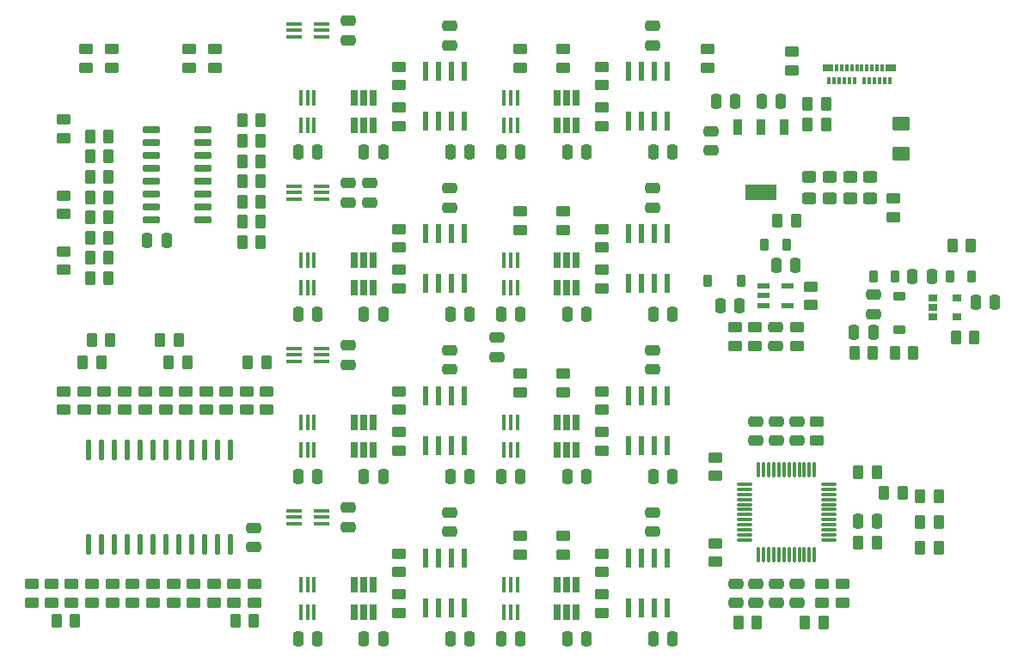
<source format=gbr>
%TF.GenerationSoftware,KiCad,Pcbnew,7.0.9*%
%TF.CreationDate,2024-02-06T11:46:51-05:00*%
%TF.ProjectId,fydp,66796470-2e6b-4696-9361-645f70636258,rev?*%
%TF.SameCoordinates,Original*%
%TF.FileFunction,Paste,Top*%
%TF.FilePolarity,Positive*%
%FSLAX46Y46*%
G04 Gerber Fmt 4.6, Leading zero omitted, Abs format (unit mm)*
G04 Created by KiCad (PCBNEW 7.0.9) date 2024-02-06 11:46:51*
%MOMM*%
%LPD*%
G01*
G04 APERTURE LIST*
G04 Aperture macros list*
%AMRoundRect*
0 Rectangle with rounded corners*
0 $1 Rounding radius*
0 $2 $3 $4 $5 $6 $7 $8 $9 X,Y pos of 4 corners*
0 Add a 4 corners polygon primitive as box body*
4,1,4,$2,$3,$4,$5,$6,$7,$8,$9,$2,$3,0*
0 Add four circle primitives for the rounded corners*
1,1,$1+$1,$2,$3*
1,1,$1+$1,$4,$5*
1,1,$1+$1,$6,$7*
1,1,$1+$1,$8,$9*
0 Add four rect primitives between the rounded corners*
20,1,$1+$1,$2,$3,$4,$5,0*
20,1,$1+$1,$4,$5,$6,$7,0*
20,1,$1+$1,$6,$7,$8,$9,0*
20,1,$1+$1,$8,$9,$2,$3,0*%
G04 Aperture macros list end*
%ADD10R,0.558800X1.981200*%
%ADD11RoundRect,0.250000X-0.262500X-0.450000X0.262500X-0.450000X0.262500X0.450000X-0.262500X0.450000X0*%
%ADD12RoundRect,0.250000X0.475000X-0.250000X0.475000X0.250000X-0.475000X0.250000X-0.475000X-0.250000X0*%
%ADD13RoundRect,0.250000X0.262500X0.450000X-0.262500X0.450000X-0.262500X-0.450000X0.262500X-0.450000X0*%
%ADD14RoundRect,0.250000X-0.250000X-0.475000X0.250000X-0.475000X0.250000X0.475000X-0.250000X0.475000X0*%
%ADD15RoundRect,0.250000X-0.450000X0.262500X-0.450000X-0.262500X0.450000X-0.262500X0.450000X0.262500X0*%
%ADD16RoundRect,0.250000X-0.475000X0.250000X-0.475000X-0.250000X0.475000X-0.250000X0.475000X0.250000X0*%
%ADD17RoundRect,0.150000X0.725000X0.150000X-0.725000X0.150000X-0.725000X-0.150000X0.725000X-0.150000X0*%
%ADD18RoundRect,0.250000X0.450000X-0.262500X0.450000X0.262500X-0.450000X0.262500X-0.450000X-0.262500X0*%
%ADD19R,1.270000X0.558800*%
%ADD20R,0.400000X1.500000*%
%ADD21R,0.650000X1.560000*%
%ADD22RoundRect,0.218750X0.218750X0.381250X-0.218750X0.381250X-0.218750X-0.381250X0.218750X-0.381250X0*%
%ADD23R,1.500000X0.400000*%
%ADD24RoundRect,0.250000X0.450000X-0.325000X0.450000X0.325000X-0.450000X0.325000X-0.450000X-0.325000X0*%
%ADD25RoundRect,0.250000X0.250000X0.475000X-0.250000X0.475000X-0.250000X-0.475000X0.250000X-0.475000X0*%
%ADD26RoundRect,0.225000X-0.225000X-0.375000X0.225000X-0.375000X0.225000X0.375000X-0.225000X0.375000X0*%
%ADD27RoundRect,0.137500X-0.137500X0.862500X-0.137500X-0.862500X0.137500X-0.862500X0.137500X0.862500X0*%
%ADD28RoundRect,0.075000X-0.662500X-0.075000X0.662500X-0.075000X0.662500X0.075000X-0.662500X0.075000X0*%
%ADD29RoundRect,0.075000X-0.075000X-0.662500X0.075000X-0.662500X0.075000X0.662500X-0.075000X0.662500X0*%
%ADD30R,0.900001X0.650001*%
%ADD31RoundRect,0.225000X0.375000X-0.225000X0.375000X0.225000X-0.375000X0.225000X-0.375000X-0.225000X0*%
%ADD32R,0.330200X0.762000*%
%ADD33R,1.041400X0.762000*%
%ADD34R,0.863600X1.549400*%
%ADD35R,3.149600X1.549400*%
%ADD36RoundRect,0.250001X-0.624999X0.462499X-0.624999X-0.462499X0.624999X-0.462499X0.624999X0.462499X0*%
G04 APERTURE END LIST*
D10*
%TO.C,U30*%
X153440951Y-131463800D03*
X154710951Y-131463800D03*
X155980951Y-131463800D03*
X157250951Y-131463800D03*
X157250951Y-126536200D03*
X155980951Y-126536200D03*
X154710951Y-126536200D03*
X153440951Y-126536200D03*
%TD*%
D11*
%TO.C,R11*%
X135412500Y-91385000D03*
X137237500Y-91385000D03*
%TD*%
D12*
%TO.C,C55*%
X188000000Y-114950000D03*
X188000000Y-113050000D03*
%TD*%
D11*
%TO.C,R6*%
X195675000Y-106300000D03*
X197500000Y-106300000D03*
%TD*%
D13*
%TO.C,R51*%
X122412500Y-105005600D03*
X120587500Y-105005600D03*
%TD*%
D12*
%TO.C,C29*%
X175845951Y-75950000D03*
X175845951Y-74050000D03*
%TD*%
D13*
%TO.C,R15*%
X122237500Y-92940000D03*
X120412500Y-92940000D03*
%TD*%
D14*
%TO.C,C28*%
X160895951Y-86500000D03*
X162795951Y-86500000D03*
%TD*%
%TO.C,C24*%
X140895951Y-86500000D03*
X142795951Y-86500000D03*
%TD*%
D15*
%TO.C,R32*%
X132615000Y-129093100D03*
X132615000Y-130918100D03*
%TD*%
D16*
%TO.C,C16*%
X197600000Y-100550000D03*
X197600000Y-102450000D03*
%TD*%
D11*
%TO.C,R92*%
X202175000Y-120460000D03*
X204000000Y-120460000D03*
%TD*%
D14*
%TO.C,C51*%
X167395951Y-134500000D03*
X169295951Y-134500000D03*
%TD*%
D15*
%TO.C,R88*%
X194500000Y-129087500D03*
X194500000Y-130912500D03*
%TD*%
D17*
%TO.C,U4*%
X131575000Y-93195000D03*
X131575000Y-91925000D03*
X131575000Y-90655000D03*
X131575000Y-89385000D03*
X131575000Y-88115000D03*
X131575000Y-86845000D03*
X131575000Y-85575000D03*
X131575000Y-84305000D03*
X126425000Y-84305000D03*
X126425000Y-85575000D03*
X126425000Y-86845000D03*
X126425000Y-88115000D03*
X126425000Y-89385000D03*
X126425000Y-90655000D03*
X126425000Y-91925000D03*
X126425000Y-93195000D03*
%TD*%
D14*
%TO.C,C59*%
X196050000Y-122900000D03*
X197950000Y-122900000D03*
%TD*%
D15*
%TO.C,R98*%
X189500000Y-76587500D03*
X189500000Y-78412500D03*
%TD*%
D18*
%TO.C,R61*%
X170845951Y-79912500D03*
X170845951Y-78087500D03*
%TD*%
D13*
%TO.C,R86*%
X186066549Y-132912500D03*
X184241549Y-132912500D03*
%TD*%
D16*
%TO.C,C61*%
X190000000Y-129050000D03*
X190000000Y-130950000D03*
%TD*%
D13*
%TO.C,R49*%
X130007500Y-107251551D03*
X128182500Y-107251551D03*
%TD*%
D18*
%TO.C,R38*%
X124615000Y-130918100D03*
X124615000Y-129093100D03*
%TD*%
%TO.C,R26*%
X137835000Y-111918100D03*
X137835000Y-110093100D03*
%TD*%
D14*
%TO.C,C47*%
X147395951Y-134500000D03*
X149295951Y-134500000D03*
%TD*%
D19*
%TO.C,U1*%
X186700000Y-99700000D03*
X186700000Y-100652500D03*
X186700000Y-101605000D03*
X189138400Y-101605000D03*
X189138400Y-99700000D03*
%TD*%
D15*
%TO.C,R44*%
X126615000Y-129093100D03*
X126615000Y-130918100D03*
%TD*%
%TO.C,R99*%
X181250000Y-76337500D03*
X181250000Y-78162500D03*
%TD*%
D18*
%TO.C,R39*%
X123835000Y-111918100D03*
X123835000Y-110093100D03*
%TD*%
%TO.C,R62*%
X122525000Y-78162500D03*
X122525000Y-76337500D03*
%TD*%
D20*
%TO.C,U28*%
X142495951Y-129170000D03*
X141845951Y-129170000D03*
X141195951Y-129170000D03*
X141195951Y-131830000D03*
X141845951Y-131830000D03*
X142495951Y-131830000D03*
%TD*%
D12*
%TO.C,C56*%
X190000000Y-114950000D03*
X190000000Y-113050000D03*
%TD*%
D11*
%TO.C,R25*%
X120412500Y-84940000D03*
X122237500Y-84940000D03*
%TD*%
%TO.C,R7*%
X199675000Y-106300000D03*
X201500000Y-106300000D03*
%TD*%
D12*
%TO.C,C22*%
X145845951Y-123450000D03*
X145845951Y-121550000D03*
%TD*%
D14*
%TO.C,C52*%
X160895951Y-134500000D03*
X162795951Y-134500000D03*
%TD*%
D21*
%TO.C,U11*%
X148295951Y-81150000D03*
X147345951Y-81150000D03*
X146395951Y-81150000D03*
X146395951Y-83850000D03*
X147345951Y-83850000D03*
X148295951Y-83850000D03*
%TD*%
D15*
%TO.C,R22*%
X117825000Y-96277500D03*
X117825000Y-98102500D03*
%TD*%
D18*
%TO.C,R31*%
X131835000Y-111918100D03*
X131835000Y-110093100D03*
%TD*%
%TO.C,R28*%
X133835000Y-111918100D03*
X133835000Y-110093100D03*
%TD*%
%TO.C,R70*%
X162750000Y-94162500D03*
X162750000Y-92337500D03*
%TD*%
D10*
%TO.C,U24*%
X153440951Y-115463800D03*
X154710951Y-115463800D03*
X155980951Y-115463800D03*
X157250951Y-115463800D03*
X157250951Y-110536200D03*
X155980951Y-110536200D03*
X154710951Y-110536200D03*
X153440951Y-110536200D03*
%TD*%
%TO.C,U21*%
X173440951Y-99463800D03*
X174710951Y-99463800D03*
X175980951Y-99463800D03*
X177250951Y-99463800D03*
X177250951Y-94536200D03*
X175980951Y-94536200D03*
X174710951Y-94536200D03*
X173440951Y-94536200D03*
%TD*%
D21*
%TO.C,U17*%
X148295951Y-97150000D03*
X147345951Y-97150000D03*
X146395951Y-97150000D03*
X146395951Y-99850000D03*
X147345951Y-99850000D03*
X148295951Y-99850000D03*
%TD*%
D14*
%TO.C,C7*%
X187969200Y-97652500D03*
X189869200Y-97652500D03*
%TD*%
D12*
%TO.C,C8*%
X187919200Y-105650000D03*
X187919200Y-103750000D03*
%TD*%
D16*
%TO.C,C60*%
X188000000Y-129050000D03*
X188000000Y-130950000D03*
%TD*%
D22*
%TO.C,L1*%
X188981700Y-95652500D03*
X186856700Y-95652500D03*
%TD*%
D11*
%TO.C,R50*%
X127337500Y-105001551D03*
X129162500Y-105001551D03*
%TD*%
D14*
%TO.C,C44*%
X160895951Y-118500000D03*
X162795951Y-118500000D03*
%TD*%
%TO.C,C26*%
X155895951Y-86500000D03*
X157795951Y-86500000D03*
%TD*%
%TO.C,C17*%
X126050000Y-95250000D03*
X127950000Y-95250000D03*
%TD*%
D18*
%TO.C,R73*%
X150845951Y-111912500D03*
X150845951Y-110087500D03*
%TD*%
D16*
%TO.C,C58*%
X186000000Y-129050000D03*
X186000000Y-130950000D03*
%TD*%
D14*
%TO.C,C9*%
X182469200Y-101652500D03*
X184369200Y-101652500D03*
%TD*%
D15*
%TO.C,R58*%
X150845951Y-82087500D03*
X150845951Y-83912500D03*
%TD*%
D23*
%TO.C,U8*%
X140515951Y-105850000D03*
X140515951Y-106500000D03*
X140515951Y-107150000D03*
X143175951Y-107150000D03*
X143175951Y-106500000D03*
X143175951Y-105850000D03*
%TD*%
D14*
%TO.C,C34*%
X155895951Y-102500000D03*
X157795951Y-102500000D03*
%TD*%
D13*
%TO.C,R5*%
X207500000Y-104800000D03*
X205675000Y-104800000D03*
%TD*%
D14*
%TO.C,C31*%
X147395951Y-102500000D03*
X149295951Y-102500000D03*
%TD*%
D18*
%TO.C,R35*%
X127885000Y-111918100D03*
X127885000Y-110093100D03*
%TD*%
D24*
%TO.C,D2*%
X191250000Y-91025000D03*
X191250000Y-88975000D03*
%TD*%
D25*
%TO.C,C12*%
X183950000Y-81500000D03*
X182050000Y-81500000D03*
%TD*%
D18*
%TO.C,R41*%
X121835000Y-111918100D03*
X121835000Y-110093100D03*
%TD*%
D21*
%TO.C,U32*%
X168295951Y-129150000D03*
X167345951Y-129150000D03*
X166395951Y-129150000D03*
X166395951Y-131850000D03*
X167345951Y-131850000D03*
X168295951Y-131850000D03*
%TD*%
D18*
%TO.C,R71*%
X167000000Y-94162500D03*
X167000000Y-92337500D03*
%TD*%
%TO.C,R82*%
X162750000Y-126162500D03*
X162750000Y-124337500D03*
%TD*%
D15*
%TO.C,R80*%
X170845951Y-130087500D03*
X170845951Y-131912500D03*
%TD*%
D18*
%TO.C,R46*%
X117835000Y-111918100D03*
X117835000Y-110093100D03*
%TD*%
D15*
%TO.C,R74*%
X170845951Y-114087500D03*
X170845951Y-115912500D03*
%TD*%
%TO.C,R87*%
X192500000Y-129087500D03*
X192500000Y-130912500D03*
%TD*%
D18*
%TO.C,R63*%
X162750000Y-78162500D03*
X162750000Y-76337500D03*
%TD*%
D15*
%TO.C,R36*%
X128615000Y-129093100D03*
X128615000Y-130918100D03*
%TD*%
D18*
%TO.C,R43*%
X119835000Y-111918100D03*
X119835000Y-110093100D03*
%TD*%
D14*
%TO.C,C14*%
X207637500Y-101300000D03*
X209537500Y-101300000D03*
%TD*%
D18*
%TO.C,R40*%
X122615000Y-130918100D03*
X122615000Y-129093100D03*
%TD*%
D20*
%TO.C,U22*%
X142495951Y-113170000D03*
X141845951Y-113170000D03*
X141195951Y-113170000D03*
X141195951Y-115830000D03*
X141845951Y-115830000D03*
X142495951Y-115830000D03*
%TD*%
D12*
%TO.C,C1*%
X186000000Y-114950000D03*
X186000000Y-113050000D03*
%TD*%
D15*
%TO.C,R23*%
X117825000Y-90777500D03*
X117825000Y-92602500D03*
%TD*%
D14*
%TO.C,C39*%
X147395951Y-118500000D03*
X149295951Y-118500000D03*
%TD*%
D26*
%TO.C,D3*%
X181269200Y-99152500D03*
X184569200Y-99152500D03*
%TD*%
D21*
%TO.C,U23*%
X148295951Y-113150000D03*
X147345951Y-113150000D03*
X146395951Y-113150000D03*
X146395951Y-115850000D03*
X147345951Y-115850000D03*
X148295951Y-115850000D03*
%TD*%
D23*
%TO.C,U6*%
X140515951Y-73850000D03*
X140515951Y-74500000D03*
X140515951Y-75150000D03*
X143175951Y-75150000D03*
X143175951Y-74500000D03*
X143175951Y-73850000D03*
%TD*%
%TO.C,U7*%
X140515951Y-89850000D03*
X140515951Y-90500000D03*
X140515951Y-91150000D03*
X143175951Y-91150000D03*
X143175951Y-90500000D03*
X143175951Y-89850000D03*
%TD*%
D18*
%TO.C,R57*%
X130210000Y-78162500D03*
X130210000Y-76337500D03*
%TD*%
D11*
%TO.C,R93*%
X196087500Y-125000000D03*
X197912500Y-125000000D03*
%TD*%
D12*
%TO.C,C20*%
X145845951Y-91450000D03*
X145845951Y-89550000D03*
%TD*%
D18*
%TO.C,R64*%
X119985000Y-78162500D03*
X119985000Y-76337500D03*
%TD*%
D15*
%TO.C,R30*%
X134615000Y-129093100D03*
X134615000Y-130918100D03*
%TD*%
D14*
%TO.C,C36*%
X160895951Y-102500000D03*
X162795951Y-102500000D03*
%TD*%
D11*
%TO.C,R48*%
X135932500Y-107251551D03*
X137757500Y-107251551D03*
%TD*%
D20*
%TO.C,U19*%
X162495951Y-97170000D03*
X161845951Y-97170000D03*
X161195951Y-97170000D03*
X161195951Y-99830000D03*
X161845951Y-99830000D03*
X162495951Y-99830000D03*
%TD*%
D10*
%TO.C,U27*%
X173440951Y-115463800D03*
X174710951Y-115463800D03*
X175980951Y-115463800D03*
X177250951Y-115463800D03*
X177250951Y-110536200D03*
X175980951Y-110536200D03*
X174710951Y-110536200D03*
X173440951Y-110536200D03*
%TD*%
D11*
%TO.C,R91*%
X202175000Y-123000000D03*
X204000000Y-123000000D03*
%TD*%
D22*
%TO.C,L2*%
X207225000Y-98800000D03*
X205100000Y-98800000D03*
%TD*%
D18*
%TO.C,R76*%
X162750000Y-110162500D03*
X162750000Y-108337500D03*
%TD*%
%TO.C,R65*%
X167000000Y-78162500D03*
X167000000Y-76337500D03*
%TD*%
%TO.C,R56*%
X132750000Y-78162500D03*
X132750000Y-76337500D03*
%TD*%
D13*
%TO.C,R21*%
X122237500Y-86940000D03*
X120412500Y-86940000D03*
%TD*%
D27*
%TO.C,U5*%
X134235000Y-115855600D03*
X132965000Y-115855600D03*
X131695000Y-115855600D03*
X130425000Y-115855600D03*
X129155000Y-115855600D03*
X127885000Y-115855600D03*
X126615000Y-115855600D03*
X125345000Y-115855600D03*
X124075000Y-115855600D03*
X122805000Y-115855600D03*
X121535000Y-115855600D03*
X120265000Y-115855600D03*
X120265000Y-125155600D03*
X121535000Y-125155600D03*
X122805000Y-125155600D03*
X124075000Y-125155600D03*
X125345000Y-125155600D03*
X126615000Y-125155600D03*
X127885000Y-125155600D03*
X129155000Y-125155600D03*
X130425000Y-125155600D03*
X131695000Y-125155600D03*
X132965000Y-125155600D03*
X134235000Y-125155600D03*
%TD*%
D18*
%TO.C,R75*%
X170845951Y-111912500D03*
X170845951Y-110087500D03*
%TD*%
D14*
%TO.C,C13*%
X201400000Y-98800000D03*
X203300000Y-98800000D03*
%TD*%
D28*
%TO.C,U34*%
X184837500Y-119250000D03*
X184837500Y-119750000D03*
X184837500Y-120250000D03*
X184837500Y-120750000D03*
X184837500Y-121250000D03*
X184837500Y-121750000D03*
X184837500Y-122250000D03*
X184837500Y-122750000D03*
X184837500Y-123250000D03*
X184837500Y-123750000D03*
X184837500Y-124250000D03*
X184837500Y-124750000D03*
D29*
X186250000Y-126162500D03*
X186750000Y-126162500D03*
X187250000Y-126162500D03*
X187750000Y-126162500D03*
X188250000Y-126162500D03*
X188750000Y-126162500D03*
X189250000Y-126162500D03*
X189750000Y-126162500D03*
X190250000Y-126162500D03*
X190750000Y-126162500D03*
X191250000Y-126162500D03*
X191750000Y-126162500D03*
D28*
X193162500Y-124750000D03*
X193162500Y-124250000D03*
X193162500Y-123750000D03*
X193162500Y-123250000D03*
X193162500Y-122750000D03*
X193162500Y-122250000D03*
X193162500Y-121750000D03*
X193162500Y-121250000D03*
X193162500Y-120750000D03*
X193162500Y-120250000D03*
X193162500Y-119750000D03*
X193162500Y-119250000D03*
D29*
X191750000Y-117837500D03*
X191250000Y-117837500D03*
X190750000Y-117837500D03*
X190250000Y-117837500D03*
X189750000Y-117837500D03*
X189250000Y-117837500D03*
X188750000Y-117837500D03*
X188250000Y-117837500D03*
X187750000Y-117837500D03*
X187250000Y-117837500D03*
X186750000Y-117837500D03*
X186250000Y-117837500D03*
%TD*%
D13*
%TO.C,R100*%
X207162500Y-95750000D03*
X205337500Y-95750000D03*
%TD*%
D18*
%TO.C,R54*%
X114655000Y-130918100D03*
X114655000Y-129093100D03*
%TD*%
%TO.C,R47*%
X116615000Y-130918100D03*
X116615000Y-129093100D03*
%TD*%
D14*
%TO.C,C35*%
X167395951Y-102500000D03*
X169295951Y-102500000D03*
%TD*%
D13*
%TO.C,R20*%
X137237500Y-83385000D03*
X135412500Y-83385000D03*
%TD*%
D14*
%TO.C,C48*%
X140895951Y-134500000D03*
X142795951Y-134500000D03*
%TD*%
D18*
%TO.C,R24*%
X117825000Y-85102500D03*
X117825000Y-83277500D03*
%TD*%
%TO.C,R67*%
X150845951Y-95912500D03*
X150845951Y-94087500D03*
%TD*%
D13*
%TO.C,R13*%
X122237500Y-94940000D03*
X120412500Y-94940000D03*
%TD*%
D21*
%TO.C,U20*%
X168295951Y-97150000D03*
X167345951Y-97150000D03*
X166395951Y-97150000D03*
X166395951Y-99850000D03*
X167345951Y-99850000D03*
X168295951Y-99850000D03*
%TD*%
D30*
%TO.C,U3*%
X203387500Y-100849999D03*
X203387500Y-101800000D03*
X203387500Y-102749998D03*
X205787500Y-102749998D03*
X205787500Y-100849999D03*
%TD*%
D20*
%TO.C,U10*%
X142495951Y-81170000D03*
X141845951Y-81170000D03*
X141195951Y-81170000D03*
X141195951Y-83830000D03*
X141845951Y-83830000D03*
X142495951Y-83830000D03*
%TD*%
D14*
%TO.C,C30*%
X175895951Y-86500000D03*
X177795951Y-86500000D03*
%TD*%
D21*
%TO.C,U29*%
X148295951Y-129150000D03*
X147345951Y-129150000D03*
X146395951Y-129150000D03*
X146395951Y-131850000D03*
X147345951Y-131850000D03*
X148295951Y-131850000D03*
%TD*%
D14*
%TO.C,C38*%
X175895951Y-102500000D03*
X177795951Y-102500000D03*
%TD*%
D11*
%TO.C,R95*%
X198587500Y-120100000D03*
X200412500Y-120100000D03*
%TD*%
D13*
%TO.C,R18*%
X137237500Y-85385000D03*
X135412500Y-85385000D03*
%TD*%
D20*
%TO.C,U31*%
X162495951Y-129170000D03*
X161845951Y-129170000D03*
X161195951Y-129170000D03*
X161195951Y-131830000D03*
X161845951Y-131830000D03*
X162495951Y-131830000D03*
%TD*%
D14*
%TO.C,C40*%
X140895951Y-118500000D03*
X142795951Y-118500000D03*
%TD*%
D11*
%TO.C,R10*%
X135412500Y-93385000D03*
X137237500Y-93385000D03*
%TD*%
D12*
%TO.C,C41*%
X155845951Y-107950000D03*
X155845951Y-106050000D03*
%TD*%
D11*
%TO.C,R89*%
X190837500Y-132912500D03*
X192662500Y-132912500D03*
%TD*%
D12*
%TO.C,C19*%
X145845951Y-75450000D03*
X145845951Y-73550000D03*
%TD*%
D11*
%TO.C,R55*%
X119682500Y-107251551D03*
X121507500Y-107251551D03*
%TD*%
D15*
%TO.C,R2*%
X191419200Y-99740000D03*
X191419200Y-101565000D03*
%TD*%
D18*
%TO.C,R79*%
X150845951Y-127912500D03*
X150845951Y-126087500D03*
%TD*%
D15*
%TO.C,R29*%
X136615000Y-129093100D03*
X136615000Y-130918100D03*
%TD*%
D13*
%TO.C,R17*%
X122237500Y-90940000D03*
X120412500Y-90940000D03*
%TD*%
D23*
%TO.C,U9*%
X140515951Y-121850000D03*
X140515951Y-122500000D03*
X140515951Y-123150000D03*
X143175951Y-123150000D03*
X143175951Y-122500000D03*
X143175951Y-121850000D03*
%TD*%
D18*
%TO.C,R3*%
X185919200Y-105612500D03*
X185919200Y-103787500D03*
%TD*%
D15*
%TO.C,R1*%
X183919200Y-103787500D03*
X183919200Y-105612500D03*
%TD*%
D18*
%TO.C,R83*%
X167000000Y-126162500D03*
X167000000Y-124337500D03*
%TD*%
D12*
%TO.C,C2*%
X148000000Y-91450000D03*
X148000000Y-89550000D03*
%TD*%
D15*
%TO.C,R85*%
X182000000Y-125087500D03*
X182000000Y-126912500D03*
%TD*%
D31*
%TO.C,D4*%
X200087500Y-104050000D03*
X200087500Y-100750000D03*
%TD*%
D14*
%TO.C,C15*%
X195637500Y-104300000D03*
X197537500Y-104300000D03*
%TD*%
D24*
%TO.C,D5*%
X193250000Y-91025000D03*
X193250000Y-88975000D03*
%TD*%
D10*
%TO.C,U33*%
X173440951Y-131463800D03*
X174710951Y-131463800D03*
X175980951Y-131463800D03*
X177250951Y-131463800D03*
X177250951Y-126536200D03*
X175980951Y-126536200D03*
X174710951Y-126536200D03*
X173440951Y-126536200D03*
%TD*%
D13*
%TO.C,R9*%
X122237500Y-98940000D03*
X120412500Y-98940000D03*
%TD*%
D32*
%TO.C,J1*%
X199179998Y-79489701D03*
X198679999Y-79489701D03*
X198179997Y-79489701D03*
X197679998Y-79489701D03*
X197179999Y-79489701D03*
X196679998Y-79489701D03*
X195679998Y-79489701D03*
X195179997Y-79489701D03*
X194679998Y-79489701D03*
X194179999Y-79489701D03*
X193679997Y-79489701D03*
X193179998Y-79489701D03*
D33*
X193079998Y-78189699D03*
D32*
X193929997Y-78189699D03*
X194429999Y-78189699D03*
X194929998Y-78189699D03*
X195429997Y-78189699D03*
X195929998Y-78189699D03*
X196429998Y-78189699D03*
X196929999Y-78189699D03*
X197429998Y-78189699D03*
X197929997Y-78189699D03*
X198429999Y-78189699D03*
D33*
X199279998Y-78189699D03*
%TD*%
D11*
%TO.C,R90*%
X202175000Y-125540000D03*
X204000000Y-125540000D03*
%TD*%
D14*
%TO.C,C50*%
X155895951Y-134500000D03*
X157795951Y-134500000D03*
%TD*%
D13*
%TO.C,R97*%
X192912500Y-81750000D03*
X191087500Y-81750000D03*
%TD*%
D12*
%TO.C,C37*%
X175845951Y-91950000D03*
X175845951Y-90050000D03*
%TD*%
D14*
%TO.C,C32*%
X140895951Y-102500000D03*
X142795951Y-102500000D03*
%TD*%
D20*
%TO.C,U25*%
X162495951Y-113170000D03*
X161845951Y-113170000D03*
X161195951Y-113170000D03*
X161195951Y-115830000D03*
X161845951Y-115830000D03*
X162495951Y-115830000D03*
%TD*%
D11*
%TO.C,R101*%
X188087500Y-93250000D03*
X189912500Y-93250000D03*
%TD*%
D15*
%TO.C,R4*%
X190000000Y-103787500D03*
X190000000Y-105612500D03*
%TD*%
D11*
%TO.C,R52*%
X134722500Y-132755600D03*
X136547500Y-132755600D03*
%TD*%
D18*
%TO.C,R102*%
X199500000Y-92912500D03*
X199500000Y-91087500D03*
%TD*%
D11*
%TO.C,R94*%
X196087500Y-118100000D03*
X197912500Y-118100000D03*
%TD*%
D15*
%TO.C,R60*%
X170845951Y-82087500D03*
X170845951Y-83912500D03*
%TD*%
D11*
%TO.C,R8*%
X135412500Y-95385000D03*
X137237500Y-95385000D03*
%TD*%
D15*
%TO.C,R33*%
X130615000Y-129093100D03*
X130615000Y-130918100D03*
%TD*%
D16*
%TO.C,C57*%
X184000000Y-129050000D03*
X184000000Y-130950000D03*
%TD*%
D10*
%TO.C,U12*%
X153440951Y-83463800D03*
X154710951Y-83463800D03*
X155980951Y-83463800D03*
X157250951Y-83463800D03*
X157250951Y-78536200D03*
X155980951Y-78536200D03*
X154710951Y-78536200D03*
X153440951Y-78536200D03*
%TD*%
D18*
%TO.C,R27*%
X135835000Y-111918100D03*
X135835000Y-110093100D03*
%TD*%
D14*
%TO.C,C27*%
X167395951Y-86500000D03*
X169295951Y-86500000D03*
%TD*%
D15*
%TO.C,R72*%
X150845951Y-114087500D03*
X150845951Y-115912500D03*
%TD*%
D10*
%TO.C,U15*%
X173440951Y-83463800D03*
X174710951Y-83463800D03*
X175980951Y-83463800D03*
X177250951Y-83463800D03*
X177250951Y-78536200D03*
X175980951Y-78536200D03*
X174710951Y-78536200D03*
X173440951Y-78536200D03*
%TD*%
D20*
%TO.C,U13*%
X162495951Y-81170000D03*
X161845951Y-81170000D03*
X161195951Y-81170000D03*
X161195951Y-83830000D03*
X161845951Y-83830000D03*
X162495951Y-83830000D03*
%TD*%
D16*
%TO.C,C3*%
X160500000Y-104800000D03*
X160500000Y-106700000D03*
%TD*%
D12*
%TO.C,C53*%
X175845951Y-123950000D03*
X175845951Y-122050000D03*
%TD*%
D24*
%TO.C,D7*%
X197250000Y-91025000D03*
X197250000Y-88975000D03*
%TD*%
D13*
%TO.C,R14*%
X137237500Y-89385000D03*
X135412500Y-89385000D03*
%TD*%
D12*
%TO.C,C21*%
X145845951Y-107450000D03*
X145845951Y-105550000D03*
%TD*%
D21*
%TO.C,U26*%
X168295951Y-113150000D03*
X167345951Y-113150000D03*
X166395951Y-113150000D03*
X166395951Y-115850000D03*
X167345951Y-115850000D03*
X168295951Y-115850000D03*
%TD*%
D13*
%TO.C,D1*%
X192912500Y-83750000D03*
X191087500Y-83750000D03*
%TD*%
D18*
%TO.C,R96*%
X192000000Y-114912500D03*
X192000000Y-113087500D03*
%TD*%
%TO.C,R37*%
X125835000Y-111918100D03*
X125835000Y-110093100D03*
%TD*%
%TO.C,R34*%
X129835000Y-111918100D03*
X129835000Y-110093100D03*
%TD*%
D12*
%TO.C,C45*%
X175845951Y-107950000D03*
X175845951Y-106050000D03*
%TD*%
D16*
%TO.C,C10*%
X181600000Y-84450000D03*
X181600000Y-86350000D03*
%TD*%
D14*
%TO.C,C43*%
X167395951Y-118500000D03*
X169295951Y-118500000D03*
%TD*%
%TO.C,C23*%
X147395951Y-86500000D03*
X149295951Y-86500000D03*
%TD*%
D18*
%TO.C,R42*%
X120615000Y-130918100D03*
X120615000Y-129093100D03*
%TD*%
D13*
%TO.C,R19*%
X122237500Y-88940000D03*
X120412500Y-88940000D03*
%TD*%
D12*
%TO.C,C25*%
X155845951Y-75950000D03*
X155845951Y-74050000D03*
%TD*%
D15*
%TO.C,R68*%
X170845951Y-98087500D03*
X170845951Y-99912500D03*
%TD*%
D13*
%TO.C,R16*%
X137237500Y-87385000D03*
X135412500Y-87385000D03*
%TD*%
D34*
%TO.C,U2*%
X188800000Y-84024200D03*
D35*
X186500000Y-90475800D03*
D34*
X186500000Y-84024200D03*
X184200000Y-84024200D03*
%TD*%
D14*
%TO.C,C54*%
X175895951Y-134500000D03*
X177795951Y-134500000D03*
%TD*%
D18*
%TO.C,R84*%
X182000000Y-118412500D03*
X182000000Y-116587500D03*
%TD*%
D36*
%TO.C,F1*%
X200300000Y-83712500D03*
X200300000Y-86687500D03*
%TD*%
D18*
%TO.C,R45*%
X118615000Y-130918100D03*
X118615000Y-129093100D03*
%TD*%
%TO.C,R81*%
X170845951Y-127912500D03*
X170845951Y-126087500D03*
%TD*%
D24*
%TO.C,D6*%
X195250000Y-91025000D03*
X195250000Y-88975000D03*
%TD*%
D22*
%TO.C,L3*%
X199662500Y-98800000D03*
X197537500Y-98800000D03*
%TD*%
D12*
%TO.C,C49*%
X155845951Y-123950000D03*
X155845951Y-122050000D03*
%TD*%
D14*
%TO.C,C11*%
X186550000Y-81500000D03*
X188450000Y-81500000D03*
%TD*%
D18*
%TO.C,R69*%
X170845951Y-95912500D03*
X170845951Y-94087500D03*
%TD*%
D13*
%TO.C,R53*%
X118952500Y-132755600D03*
X117127500Y-132755600D03*
%TD*%
%TO.C,R12*%
X122237500Y-96940000D03*
X120412500Y-96940000D03*
%TD*%
D10*
%TO.C,U18*%
X153440951Y-99463800D03*
X154710951Y-99463800D03*
X155980951Y-99463800D03*
X157250951Y-99463800D03*
X157250951Y-94536200D03*
X155980951Y-94536200D03*
X154710951Y-94536200D03*
X153440951Y-94536200D03*
%TD*%
D20*
%TO.C,U16*%
X142495951Y-97170000D03*
X141845951Y-97170000D03*
X141195951Y-97170000D03*
X141195951Y-99830000D03*
X141845951Y-99830000D03*
X142495951Y-99830000D03*
%TD*%
D12*
%TO.C,C33*%
X155845951Y-91950000D03*
X155845951Y-90050000D03*
%TD*%
D14*
%TO.C,C42*%
X155895951Y-118500000D03*
X157795951Y-118500000D03*
%TD*%
D12*
%TO.C,C18*%
X136500000Y-125450000D03*
X136500000Y-123550000D03*
%TD*%
D18*
%TO.C,R77*%
X167000000Y-110162500D03*
X167000000Y-108337500D03*
%TD*%
D14*
%TO.C,C46*%
X175895951Y-118500000D03*
X177795951Y-118500000D03*
%TD*%
D15*
%TO.C,R66*%
X150845951Y-98087500D03*
X150845951Y-99912500D03*
%TD*%
D18*
%TO.C,R59*%
X150845951Y-79912500D03*
X150845951Y-78087500D03*
%TD*%
D15*
%TO.C,R78*%
X150845951Y-130087500D03*
X150845951Y-131912500D03*
%TD*%
D21*
%TO.C,U14*%
X168295951Y-81150000D03*
X167345951Y-81150000D03*
X166395951Y-81150000D03*
X166395951Y-83850000D03*
X167345951Y-83850000D03*
X168295951Y-83850000D03*
%TD*%
M02*

</source>
